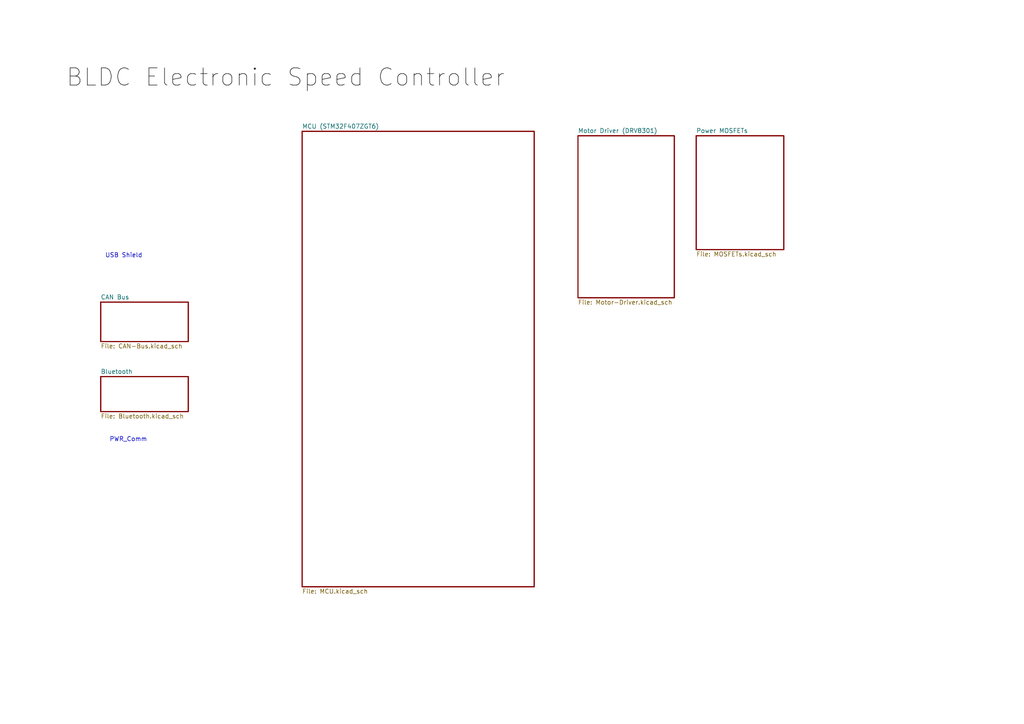
<source format=kicad_sch>
(kicad_sch (version 20211123) (generator eeschema)
  (paper "A4")
  (title_block (title "BLDC Electronic Speed Controller 1.0") (date "2023-01-16") (rev "ESC 1.0") (company "Electrium Mobility") (comment 1 "Top Level"))
  (lib_symbols)
  (text "PWR_Comm\n" (at 31.75 128.27 0) (effects (font (size 1.27 1.27)) (justify left bottom)))
  (text "USB Shield\n" (at 30.48 74.93 0) (effects (font (size 1.27 1.27)) (justify left bottom)))
  (label "BLDC Electronic Speed Controller" (at 19.05 26.67 0) (effects (font (size 5 5))))
  (sheet (at 167.64 39.37) (size 27.94 46.99) (stroke (width 0.3))
    (property "Sheet name" "Motor Driver (DRV8301)" (at 167.64 38.6584 0) (effects (justify left bottom)))
    (property "Sheet file" "Motor-Driver.kicad_sch" (at 167.64 86.9446 0) (effects (justify left top)))
  )
  (sheet (at 29.21 109.22) (size 25.4 10.16) (stroke (width 0.3))
    (property "Sheet name" "Bluetooth" (at 29.21 108.5084 0) (effects (justify left bottom)))
    (property "Sheet file" "Bluetooth.kicad_sch" (at 29.21 119.9646 0) (effects (justify left top)))
  )
  (sheet (at 87.63 38.1) (size 67.31 132.08) (stroke (width 0.3))
    (property "Sheet name" "MCU (STM32F407ZGT6)" (at 87.63 37.3884 0) (effects (justify left bottom)))
    (property "Sheet file" "MCU.kicad_sch" (at 87.63 170.7646 0) (effects (justify left top)))
  )
  (sheet (at 201.93 39.37) (size 25.4 33.02) (stroke (width 0.3))
    (property "Sheet name" "Power MOSFETs" (at 201.93 38.6584 0) (effects (justify left bottom)))
    (property "Sheet file" "MOSFETs.kicad_sch" (at 201.93 72.9746 0) (effects (justify left top)))
  )
  (sheet (at 29.21 87.63) (size 25.4 11.43) (stroke (width 0.3))
    (property "Sheet name" "CAN Bus" (at 29.21 86.9184 0) (effects (justify left bottom)))
    (property "Sheet file" "CAN-Bus.kicad_sch" (at 29.21 99.6446 0) (effects (justify left top)))
  )
)
</source>
